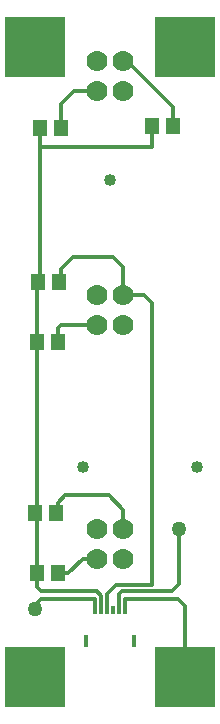
<source format=gtl>
%FSDAX24Y24*%
%MOIN*%
%SFA1B1*%

%IPPOS*%
%ADD10R,0.045300X0.055100*%
%ADD11C,0.040000*%
%ADD12R,0.011800X0.027600*%
%ADD13R,0.011800X0.039400*%
%ADD14C,0.012000*%
%ADD15R,0.200000X0.200000*%
%ADD16C,0.070000*%
%ADD17C,0.050000*%
%LNpeggy-optical-board-1*%
%LPD*%
G54D10*
X012294Y024650D03*
X011606D03*
X016094Y029850D03*
X015406D03*
X012194Y016950D03*
X011506D03*
X011656Y029800D03*
X012344D03*
X011556Y022650D03*
X012244D03*
X011556Y014950D03*
X012244D03*
G54D11*
X016900Y018500D03*
X014000Y028050D03*
X013100Y018500D03*
G54D12*
X014492Y013740D03*
X014295D03*
X014098D03*
X013902D03*
X013705D03*
X013508D03*
G54D13*
X014803Y012697D03*
X013197D03*
G54D14*
X011556Y014950D02*
Y022650D01*
Y024650D02*
X011656Y024750D01*
X012244Y016900D02*
Y017294D01*
X012500Y017550*
X016094Y029850D02*
Y030506D01*
X011556Y022650D02*
Y024650D01*
X015400Y029150D02*
X015406Y029156D01*
X011656Y029150D02*
X015400D01*
X011656D02*
Y029800D01*
Y024750D02*
Y029150D01*
X011500Y013750D02*
Y013900D01*
X011692Y014092*
X013550Y014350D02*
X013705Y014195D01*
Y013740D02*
Y014195D01*
X011700Y014350D02*
X013550D01*
X014200Y014550D02*
X015400D01*
X013902Y013740D02*
Y014252D01*
X014200Y014550*
X015400D02*
Y023950D01*
X016281Y014582D02*
Y016418D01*
X016050Y014350D02*
X016281Y014582D01*
X014400Y014350D02*
X016050D01*
X015113Y024237D02*
X015400Y023950D01*
X014435Y024237D02*
X015113D01*
X014295Y014245D02*
X014400Y014350D01*
X011606Y029750D02*
X011656Y029800D01*
X011556Y014494D02*
X011700Y014350D01*
X011692Y014092D02*
X013508D01*
Y013740D02*
Y014092D01*
X014295Y013740D02*
Y014245D01*
X016258Y014092D02*
X016500Y013850D01*
Y011500D02*
Y013850D01*
X014492Y014092D02*
X016258D01*
X014492Y013740D02*
Y014092D01*
X012244Y023131D02*
X012350Y023237D01*
X012244Y022650D02*
Y023131D01*
X012350Y023237D02*
X013565D01*
X014435Y024237D02*
Y025165D01*
X014100Y025500D02*
X014435Y025165D01*
X012787Y031037D02*
X013565D01*
X012344Y030594D02*
X012787Y031037D01*
X012344Y029800D02*
Y030594D01*
X013950Y017550D02*
X014435Y017065D01*
Y016437D02*
Y017065D01*
X013087Y015437D02*
X013565D01*
X012600Y014950D02*
X013087Y015437D01*
X012244Y014950D02*
X012600D01*
X015406Y029156D02*
Y029850D01*
X012294Y024700D02*
X012344D01*
Y025094*
X012750Y025500*
X014100*
X011556Y014494D02*
Y014950D01*
X012500Y017550D02*
X013950D01*
X014435Y032037D02*
X014563D01*
X016094Y030506*
G54D15*
X011500Y032500D03*
X016500D03*
Y011500D03*
X011500D03*
G54D16*
X014435Y024237D03*
X013565D03*
X014435Y023237D03*
X013565D03*
Y015437D03*
X014435D03*
X013565Y016437D03*
X014435D03*
Y032037D03*
X013565D03*
X014435Y031037D03*
X013565D03*
G54D17*
X011500Y013750D03*
X016281Y016418D03*
M02*
</source>
